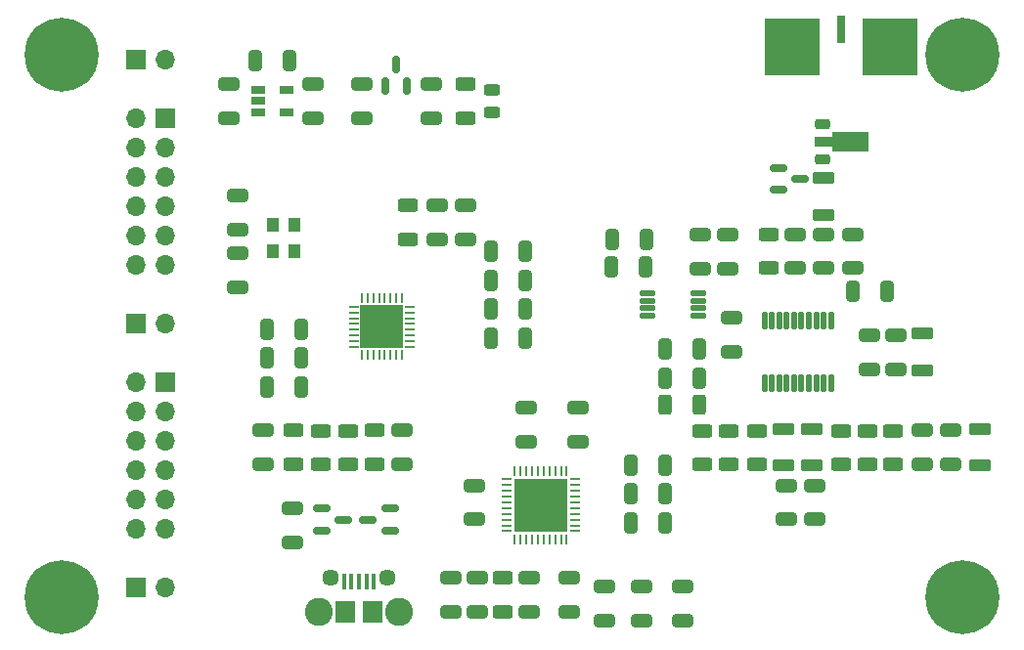
<source format=gbr>
%TF.GenerationSoftware,KiCad,Pcbnew,8.0.3*%
%TF.CreationDate,2024-07-17T08:28:56+07:00*%
%TF.ProjectId,msi_SDR_ADC,6d73695f-5344-4525-9f41-44432e6b6963,R0.1*%
%TF.SameCoordinates,PX72ade90PY75c75e0*%
%TF.FileFunction,Soldermask,Top*%
%TF.FilePolarity,Negative*%
%FSLAX46Y46*%
G04 Gerber Fmt 4.6, Leading zero omitted, Abs format (unit mm)*
G04 Created by KiCad (PCBNEW 8.0.3) date 2024-07-17 08:28:56*
%MOMM*%
%LPD*%
G01*
G04 APERTURE LIST*
G04 Aperture macros list*
%AMRoundRect*
0 Rectangle with rounded corners*
0 $1 Rounding radius*
0 $2 $3 $4 $5 $6 $7 $8 $9 X,Y pos of 4 corners*
0 Add a 4 corners polygon primitive as box body*
4,1,4,$2,$3,$4,$5,$6,$7,$8,$9,$2,$3,0*
0 Add four circle primitives for the rounded corners*
1,1,$1+$1,$2,$3*
1,1,$1+$1,$4,$5*
1,1,$1+$1,$6,$7*
1,1,$1+$1,$8,$9*
0 Add four rect primitives between the rounded corners*
20,1,$1+$1,$2,$3,$4,$5,0*
20,1,$1+$1,$4,$5,$6,$7,0*
20,1,$1+$1,$6,$7,$8,$9,0*
20,1,$1+$1,$8,$9,$2,$3,0*%
%AMFreePoly0*
4,1,9,3.862500,-0.866500,0.737500,-0.866500,0.737500,-0.450000,-0.737500,-0.450000,-0.737500,0.450000,0.737500,0.450000,0.737500,0.866500,3.862500,0.866500,3.862500,-0.866500,3.862500,-0.866500,$1*%
G04 Aperture macros list end*
%ADD10RoundRect,0.250000X0.650000X-0.325000X0.650000X0.325000X-0.650000X0.325000X-0.650000X-0.325000X0*%
%ADD11RoundRect,0.250000X-0.650000X0.325000X-0.650000X-0.325000X0.650000X-0.325000X0.650000X0.325000X0*%
%ADD12RoundRect,0.250000X-0.325000X-0.650000X0.325000X-0.650000X0.325000X0.650000X-0.325000X0.650000X0*%
%ADD13R,1.700000X1.700000*%
%ADD14O,1.700000X1.700000*%
%ADD15RoundRect,0.250000X0.325000X0.650000X-0.325000X0.650000X-0.325000X-0.650000X0.325000X-0.650000X0*%
%ADD16RoundRect,0.110000X-0.110000X-0.650000X0.110000X-0.650000X0.110000X0.650000X-0.110000X0.650000X0*%
%ADD17RoundRect,0.250000X-0.625000X0.312500X-0.625000X-0.312500X0.625000X-0.312500X0.625000X0.312500X0*%
%ADD18RoundRect,0.150000X-0.587500X-0.150000X0.587500X-0.150000X0.587500X0.150000X-0.587500X0.150000X0*%
%ADD19RoundRect,0.062500X-0.062500X0.350000X-0.062500X-0.350000X0.062500X-0.350000X0.062500X0.350000X0*%
%ADD20RoundRect,0.062500X-0.350000X0.062500X-0.350000X-0.062500X0.350000X-0.062500X0.350000X0.062500X0*%
%ADD21R,4.600000X4.600000*%
%ADD22RoundRect,0.250000X0.625000X-0.312500X0.625000X0.312500X-0.625000X0.312500X-0.625000X-0.312500X0*%
%ADD23RoundRect,0.250000X0.700000X-0.275000X0.700000X0.275000X-0.700000X0.275000X-0.700000X-0.275000X0*%
%ADD24R,0.400000X1.350000*%
%ADD25C,2.425000*%
%ADD26C,1.450000*%
%ADD27R,1.800000X1.900000*%
%ADD28RoundRect,0.150000X0.150000X-0.587500X0.150000X0.587500X-0.150000X0.587500X-0.150000X-0.587500X0*%
%ADD29RoundRect,0.250000X0.312500X0.625000X-0.312500X0.625000X-0.312500X-0.625000X0.312500X-0.625000X0*%
%ADD30RoundRect,0.243750X-0.456250X0.243750X-0.456250X-0.243750X0.456250X-0.243750X0.456250X0.243750X0*%
%ADD31RoundRect,0.250000X-0.700000X0.275000X-0.700000X-0.275000X0.700000X-0.275000X0.700000X0.275000X0*%
%ADD32RoundRect,0.150000X0.587500X0.150000X-0.587500X0.150000X-0.587500X-0.150000X0.587500X-0.150000X0*%
%ADD33C,0.800000*%
%ADD34C,6.400000*%
%ADD35RoundRect,0.112500X0.587500X-0.112500X0.587500X0.112500X-0.587500X0.112500X-0.587500X-0.112500X0*%
%ADD36R,1.250000X0.650000*%
%ADD37R,1.100000X1.300000*%
%ADD38R,0.700000X2.350000*%
%ADD39R,4.800000X4.900000*%
%ADD40RoundRect,0.225000X-0.425000X-0.225000X0.425000X-0.225000X0.425000X0.225000X-0.425000X0.225000X0*%
%ADD41FreePoly0,0.000000*%
%ADD42RoundRect,0.062500X0.062500X-0.337500X0.062500X0.337500X-0.062500X0.337500X-0.062500X-0.337500X0*%
%ADD43RoundRect,0.062500X0.337500X-0.062500X0.337500X0.062500X-0.337500X0.062500X-0.337500X-0.062500X0*%
%ADD44R,3.700000X3.700000*%
G04 APERTURE END LIST*
D10*
%TO.C,C13*%
X21000000Y15025000D03*
X21000000Y17975000D03*
%TD*%
D11*
%TO.C,C9*%
X68750000Y13225000D03*
X68750000Y10275000D03*
%TD*%
D12*
%TO.C,C29*%
X40675000Y28500000D03*
X43625000Y28500000D03*
%TD*%
D11*
%TO.C,C45*%
X39500000Y5225000D03*
X39500000Y2275000D03*
%TD*%
D10*
%TO.C,C21*%
X78000000Y15025000D03*
X78000000Y17975000D03*
%TD*%
D13*
%TO.C,J4*%
X12540000Y45030000D03*
D14*
X10000000Y45030000D03*
X12540000Y42490000D03*
X10000000Y42490000D03*
X12540000Y39950000D03*
X10000000Y39950000D03*
X12540000Y37410000D03*
X10000000Y37410000D03*
X12540000Y34870000D03*
X10000000Y34870000D03*
X12540000Y32330000D03*
X10000000Y32330000D03*
%TD*%
D12*
%TO.C,C27*%
X40675000Y26000000D03*
X43625000Y26000000D03*
%TD*%
D15*
%TO.C,C26*%
X54112500Y34512500D03*
X51162500Y34512500D03*
%TD*%
%TO.C,C25*%
X54087500Y32162500D03*
X51137500Y32162500D03*
%TD*%
D16*
%TO.C,IC2*%
X70130000Y27465000D03*
X69490000Y27465000D03*
X68850000Y27465000D03*
X68210000Y27465000D03*
X67570000Y27465000D03*
X66930000Y27465000D03*
X66290000Y27465000D03*
X65650000Y27465000D03*
X65010000Y27465000D03*
X64370000Y27465000D03*
X64370000Y22035000D03*
X65010000Y22035000D03*
X65650000Y22035000D03*
X66290000Y22035000D03*
X66930000Y22035000D03*
X67570000Y22035000D03*
X68210000Y22035000D03*
X68850000Y22035000D03*
X69490000Y22035000D03*
X70130000Y22035000D03*
%TD*%
D15*
%TO.C,C3*%
X24225000Y24250000D03*
X21275000Y24250000D03*
%TD*%
D17*
%TO.C,R7*%
X64750000Y34962500D03*
X64750000Y32037500D03*
%TD*%
D11*
%TO.C,C7*%
X18750000Y33325000D03*
X18750000Y30375000D03*
%TD*%
D15*
%TO.C,C40*%
X23225000Y50000000D03*
X20275000Y50000000D03*
%TD*%
D13*
%TO.C,J3*%
X10000000Y50120000D03*
D14*
X12540000Y50120000D03*
%TD*%
D11*
%TO.C,C47*%
X43750000Y19975000D03*
X43750000Y17025000D03*
%TD*%
D10*
%TO.C,C34*%
X53750000Y1525000D03*
X53750000Y4475000D03*
%TD*%
D11*
%TO.C,C15*%
X33000000Y17975000D03*
X33000000Y15025000D03*
%TD*%
D18*
%TO.C,D4*%
X26062500Y11200000D03*
X26062500Y9300000D03*
X27937500Y10250000D03*
%TD*%
D15*
%TO.C,C35*%
X55725000Y12500000D03*
X52775000Y12500000D03*
%TD*%
D19*
%TO.C,U4*%
X47250000Y14437500D03*
X46750000Y14437500D03*
X46250000Y14437500D03*
X45750000Y14437500D03*
X45250000Y14437500D03*
X44750000Y14437500D03*
X44250000Y14437500D03*
X43750000Y14437500D03*
X43250000Y14437500D03*
X42750000Y14437500D03*
D20*
X42062500Y13750000D03*
X42062500Y13250000D03*
X42062500Y12750000D03*
X42062500Y12250000D03*
X42062500Y11750000D03*
X42062500Y11250000D03*
X42062500Y10750000D03*
X42062500Y10250000D03*
X42062500Y9750000D03*
X42062500Y9250000D03*
D19*
X42750000Y8562500D03*
X43250000Y8562500D03*
X43750000Y8562500D03*
X44250000Y8562500D03*
X44750000Y8562500D03*
X45250000Y8562500D03*
X45750000Y8562500D03*
X46250000Y8562500D03*
X46750000Y8562500D03*
X47250000Y8562500D03*
D20*
X47937500Y9250000D03*
X47937500Y9750000D03*
X47937500Y10250000D03*
X47937500Y10750000D03*
X47937500Y11250000D03*
X47937500Y11750000D03*
X47937500Y12250000D03*
X47937500Y12750000D03*
X47937500Y13250000D03*
X47937500Y13750000D03*
D21*
X45000000Y11500000D03*
%TD*%
D22*
%TO.C,R16*%
X41750000Y2287500D03*
X41750000Y5212500D03*
%TD*%
%TO.C,R3*%
X73250000Y15037500D03*
X73250000Y17962500D03*
%TD*%
D23*
%TO.C,FB4*%
X83000000Y14925000D03*
X83000000Y18075000D03*
%TD*%
D18*
%TO.C,D1*%
X65562500Y40700000D03*
X65562500Y38800000D03*
X67437500Y39750000D03*
%TD*%
D10*
%TO.C,C20*%
X36000000Y34525000D03*
X36000000Y37475000D03*
%TD*%
D23*
%TO.C,FB5*%
X78000000Y23200000D03*
X78000000Y26350000D03*
%TD*%
D12*
%TO.C,C8*%
X21275000Y26750000D03*
X24225000Y26750000D03*
%TD*%
D13*
%TO.C,J6*%
X12540000Y22170000D03*
D14*
X10000000Y22170000D03*
X12540000Y19630000D03*
X10000000Y19630000D03*
X12540000Y17090000D03*
X10000000Y17090000D03*
X12540000Y14550000D03*
X10000000Y14550000D03*
X12540000Y12010000D03*
X10000000Y12010000D03*
X12540000Y9470000D03*
X10000000Y9470000D03*
%TD*%
D24*
%TO.C,J2*%
X27962000Y4925000D03*
X28612000Y4925000D03*
X29262000Y4925000D03*
X29912000Y4925000D03*
X30562000Y4925000D03*
D25*
X25750000Y2250000D03*
D26*
X26837000Y5250000D03*
D27*
X28112000Y2250000D03*
X30412000Y2250000D03*
D26*
X31687000Y5250000D03*
D25*
X32774000Y2250000D03*
%TD*%
D28*
%TO.C,U3*%
X31550000Y47812500D03*
X33450000Y47812500D03*
X32500000Y49687500D03*
%TD*%
D29*
%TO.C,R9*%
X58712500Y20250000D03*
X55787500Y20250000D03*
%TD*%
D11*
%TO.C,C48*%
X37250000Y5225000D03*
X37250000Y2275000D03*
%TD*%
D30*
%TO.C,D2*%
X40750000Y47437500D03*
X40750000Y45562500D03*
%TD*%
D31*
%TO.C,FB3*%
X68500000Y18075000D03*
X68500000Y14925000D03*
%TD*%
D11*
%TO.C,C37*%
X35500000Y47975000D03*
X35500000Y45025000D03*
%TD*%
%TO.C,C39*%
X18000000Y47975000D03*
X18000000Y45025000D03*
%TD*%
D15*
%TO.C,C4*%
X24225000Y21750000D03*
X21275000Y21750000D03*
%TD*%
D32*
%TO.C,D3*%
X31937500Y9300000D03*
X31937500Y11200000D03*
X30062500Y10250000D03*
%TD*%
D13*
%TO.C,J7*%
X10000000Y4390000D03*
D14*
X12540000Y4390000D03*
%TD*%
D31*
%TO.C,FB1*%
X66000000Y18075000D03*
X66000000Y14925000D03*
%TD*%
D11*
%TO.C,C23*%
X75750000Y26225000D03*
X75750000Y23275000D03*
%TD*%
D33*
%TO.C,REF\u002A\u002A*%
X79100000Y3500000D03*
X79802944Y5197056D03*
X79802944Y1802944D03*
X81500000Y5900000D03*
D34*
X81500000Y3500000D03*
D33*
X81500000Y1100000D03*
X83197056Y5197056D03*
X83197056Y1802944D03*
X83900000Y3500000D03*
%TD*%
D11*
%TO.C,C36*%
X29500000Y47975000D03*
X29500000Y45025000D03*
%TD*%
D10*
%TO.C,C31*%
X23500000Y8275000D03*
X23500000Y11225000D03*
%TD*%
D17*
%TO.C,R12*%
X23580000Y18000000D03*
X23580000Y15075000D03*
%TD*%
D15*
%TO.C,C17*%
X58725000Y22500000D03*
X55775000Y22500000D03*
%TD*%
D35*
%TO.C,IC3*%
X54250000Y29850000D03*
X54250000Y29200000D03*
X54250000Y28550000D03*
X54250000Y27900000D03*
X58650000Y27900000D03*
X58650000Y28550000D03*
X58650000Y29200000D03*
X58650000Y29850000D03*
%TD*%
D17*
%TO.C,R15*%
X30580000Y18000000D03*
X30580000Y15075000D03*
%TD*%
D11*
%TO.C,C10*%
X58800000Y34950000D03*
X58800000Y32000000D03*
%TD*%
D33*
%TO.C,REF\u002A\u002A*%
X1100000Y3500000D03*
X1802944Y5197056D03*
X1802944Y1802944D03*
X3500000Y5900000D03*
D34*
X3500000Y3500000D03*
D33*
X3500000Y1100000D03*
X5197056Y5197056D03*
X5197056Y1802944D03*
X5900000Y3500000D03*
%TD*%
D11*
%TO.C,C5*%
X69500000Y34975000D03*
X69500000Y32025000D03*
%TD*%
D36*
%TO.C,IC1*%
X20500000Y47440000D03*
X20500000Y46500000D03*
X20500000Y45560000D03*
X23000000Y45560000D03*
X23000000Y47440000D03*
%TD*%
D37*
%TO.C,Y1*%
X21800000Y35800000D03*
X21800000Y33500000D03*
X23700000Y33500000D03*
X23700000Y35800000D03*
%TD*%
D11*
%TO.C,C11*%
X61200000Y34950000D03*
X61200000Y32000000D03*
%TD*%
D38*
%TO.C,J1*%
X71000000Y52750000D03*
D39*
X75250000Y51175000D03*
X66750000Y51175000D03*
%TD*%
D10*
%TO.C,C6*%
X67000000Y32025000D03*
X67000000Y34975000D03*
%TD*%
D33*
%TO.C,REF\u002A\u002A*%
X1100000Y50500000D03*
X1802944Y52197056D03*
X1802944Y48802944D03*
X3500000Y52900000D03*
D34*
X3500000Y50500000D03*
D33*
X3500000Y48100000D03*
X5197056Y52197056D03*
X5197056Y48802944D03*
X5900000Y50500000D03*
%TD*%
D40*
%TO.C,U1*%
X69412500Y44500000D03*
D41*
X69500000Y43000000D03*
D40*
X69412500Y41500000D03*
%TD*%
D10*
%TO.C,C22*%
X80500000Y15025000D03*
X80500000Y17975000D03*
%TD*%
D11*
%TO.C,C24*%
X73500000Y26225000D03*
X73500000Y23275000D03*
%TD*%
D10*
%TO.C,C46*%
X44000000Y2275000D03*
X44000000Y5225000D03*
%TD*%
D31*
%TO.C,FB2*%
X69500000Y39825000D03*
X69500000Y36675000D03*
%TD*%
D10*
%TO.C,C12*%
X72000000Y32025000D03*
X72000000Y34975000D03*
%TD*%
D12*
%TO.C,C28*%
X40675000Y33500000D03*
X43625000Y33500000D03*
%TD*%
D22*
%TO.C,R5*%
X61250000Y15037500D03*
X61250000Y17962500D03*
%TD*%
D17*
%TO.C,R10*%
X38500000Y47962500D03*
X38500000Y45037500D03*
%TD*%
D11*
%TO.C,C18*%
X61500000Y27725000D03*
X61500000Y24775000D03*
%TD*%
D10*
%TO.C,C16*%
X38500000Y34525000D03*
X38500000Y37475000D03*
%TD*%
D12*
%TO.C,C30*%
X40675000Y31000000D03*
X43625000Y31000000D03*
%TD*%
D15*
%TO.C,C38*%
X55725000Y15000000D03*
X52775000Y15000000D03*
%TD*%
D10*
%TO.C,C49*%
X39250000Y10275000D03*
X39250000Y13225000D03*
%TD*%
D22*
%TO.C,R6*%
X59000000Y15037500D03*
X59000000Y17962500D03*
%TD*%
D17*
%TO.C,R14*%
X28330000Y17962500D03*
X28330000Y15037500D03*
%TD*%
%TO.C,R4*%
X63750000Y17962500D03*
X63750000Y15037500D03*
%TD*%
D10*
%TO.C,C41*%
X25250000Y45025000D03*
X25250000Y47975000D03*
%TD*%
D17*
%TO.C,R8*%
X71000000Y17962500D03*
X71000000Y15037500D03*
%TD*%
D42*
%TO.C,U2*%
X29500000Y24500000D03*
X30000000Y24500000D03*
X30500000Y24500000D03*
X31000000Y24500000D03*
X31500000Y24500000D03*
X32000000Y24500000D03*
X32500000Y24500000D03*
X33000000Y24500000D03*
D43*
X33700000Y25200000D03*
X33700000Y25700000D03*
X33700000Y26200000D03*
X33700000Y26700000D03*
X33700000Y27200000D03*
X33700000Y27700000D03*
X33700000Y28200000D03*
X33700000Y28700000D03*
D42*
X33000000Y29400000D03*
X32500000Y29400000D03*
X32000000Y29400000D03*
X31500000Y29400000D03*
X31000000Y29400000D03*
X30500000Y29400000D03*
X30000000Y29400000D03*
X29500000Y29400000D03*
D43*
X28800000Y28700000D03*
X28800000Y28200000D03*
X28800000Y27700000D03*
X28800000Y27200000D03*
X28800000Y26700000D03*
X28800000Y26200000D03*
X28800000Y25700000D03*
X28800000Y25200000D03*
D44*
X31250000Y26950000D03*
%TD*%
D33*
%TO.C,REF\u002A\u002A*%
X79100000Y50500000D03*
X79802944Y52197056D03*
X79802944Y48802944D03*
X81500000Y52900000D03*
D34*
X81500000Y50500000D03*
D33*
X81500000Y48100000D03*
X83197056Y52197056D03*
X83197056Y48802944D03*
X83900000Y50500000D03*
%TD*%
D10*
%TO.C,C42*%
X50500000Y1525000D03*
X50500000Y4475000D03*
%TD*%
D13*
%TO.C,J5*%
X10000000Y27250000D03*
D14*
X12540000Y27250000D03*
%TD*%
D15*
%TO.C,C32*%
X55725000Y10000000D03*
X52775000Y10000000D03*
%TD*%
%TO.C,C19*%
X58725000Y25000000D03*
X55775000Y25000000D03*
%TD*%
D11*
%TO.C,C14*%
X18750000Y38300000D03*
X18750000Y35350000D03*
%TD*%
%TO.C,C43*%
X48250000Y19975000D03*
X48250000Y17025000D03*
%TD*%
D17*
%TO.C,R11*%
X33500000Y37462500D03*
X33500000Y34537500D03*
%TD*%
D11*
%TO.C,C2*%
X66250000Y13225000D03*
X66250000Y10275000D03*
%TD*%
D22*
%TO.C,R2*%
X75500000Y15037500D03*
X75500000Y17962500D03*
%TD*%
D10*
%TO.C,C33*%
X57250000Y1525000D03*
X57250000Y4475000D03*
%TD*%
%TO.C,C44*%
X47500000Y2275000D03*
X47500000Y5225000D03*
%TD*%
D17*
%TO.C,R13*%
X26000000Y17962500D03*
X26000000Y15037500D03*
%TD*%
D15*
%TO.C,C1*%
X74975000Y30000000D03*
X72025000Y30000000D03*
%TD*%
M02*

</source>
